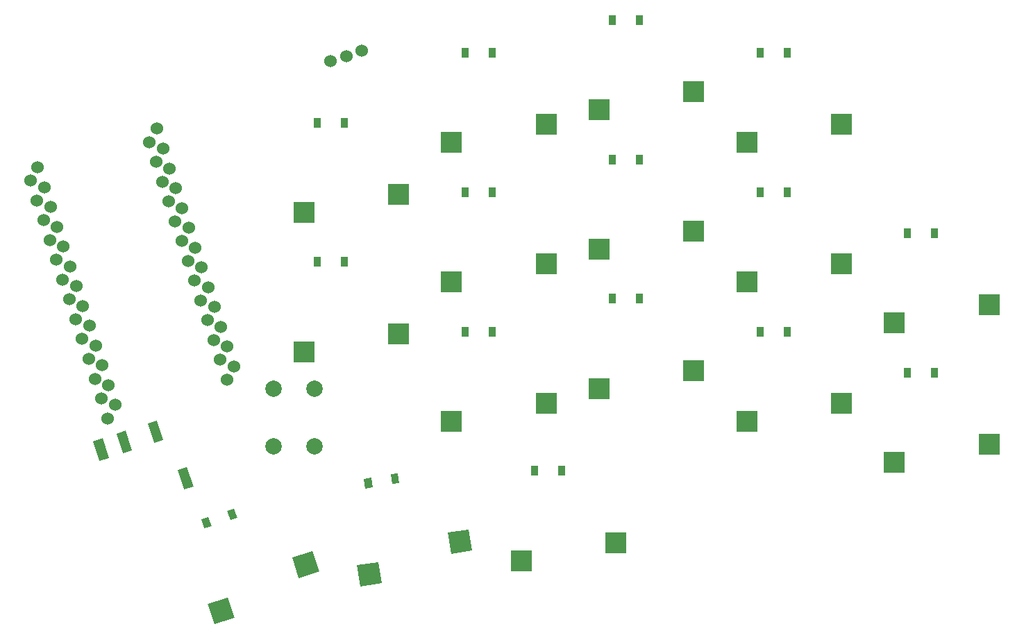
<source format=gbr>
%TF.GenerationSoftware,KiCad,Pcbnew,(5.1.8)-1*%
%TF.CreationDate,2021-08-08T13:00:58+02:00*%
%TF.ProjectId,miniki v2,6d696e69-6b69-4207-9632-2e6b69636164,rev?*%
%TF.SameCoordinates,Original*%
%TF.FileFunction,Paste,Top*%
%TF.FilePolarity,Positive*%
%FSLAX46Y46*%
G04 Gerber Fmt 4.6, Leading zero omitted, Abs format (unit mm)*
G04 Created by KiCad (PCBNEW (5.1.8)-1) date 2021-08-08 13:00:58*
%MOMM*%
%LPD*%
G01*
G04 APERTURE LIST*
%ADD10R,0.900000X1.200000*%
%ADD11C,1.524000*%
%ADD12C,2.000000*%
%ADD13R,2.600000X2.600000*%
%ADD14C,0.100000*%
G04 APERTURE END LIST*
D10*
%TO.C,D18*%
X143650000Y-102000000D03*
X140350000Y-102000000D03*
%TD*%
%TO.C,D17*%
X143650000Y-85000000D03*
X140350000Y-85000000D03*
%TD*%
%TO.C,D15*%
X125650000Y-97000000D03*
X122350000Y-97000000D03*
%TD*%
%TO.C,D14*%
X125650000Y-80000000D03*
X122350000Y-80000000D03*
%TD*%
%TO.C,D13*%
X125650000Y-63000000D03*
X122350000Y-63000000D03*
%TD*%
%TO.C,D12*%
X98150000Y-114000000D03*
X94850000Y-114000000D03*
%TD*%
%TO.C,D11*%
X107650000Y-93000000D03*
X104350000Y-93000000D03*
%TD*%
%TO.C,D10*%
X107650000Y-76000000D03*
X104350000Y-76000000D03*
%TD*%
D11*
%TO.C,U1*%
X33393525Y-78586180D03*
X47887626Y-73876761D03*
X48756656Y-72259039D03*
X34262555Y-76968458D03*
X48672529Y-76292444D03*
X49457433Y-78708128D03*
X50242336Y-81123811D03*
X51027239Y-83539495D03*
X51812142Y-85955178D03*
X52597045Y-88370862D03*
X53381948Y-90786545D03*
X54166852Y-93202229D03*
X54951755Y-95617913D03*
X55736658Y-98033596D03*
X56521561Y-100449280D03*
X57306464Y-102864963D03*
X42812363Y-107574382D03*
X42027460Y-105158699D03*
X41242557Y-102743015D03*
X40457653Y-100327332D03*
X39672750Y-97911648D03*
X38887847Y-95495964D03*
X38102944Y-93080281D03*
X37318041Y-90664597D03*
X36533138Y-88248914D03*
X35748234Y-85833230D03*
X34963331Y-83417547D03*
X34178428Y-81001863D03*
X49522538Y-74680903D03*
X50307441Y-77096586D03*
X51092344Y-79512270D03*
X51877248Y-81927953D03*
X52662151Y-84343637D03*
X53447054Y-86759320D03*
X54231957Y-89175004D03*
X55016860Y-91590687D03*
X55801763Y-94006371D03*
X56586667Y-96422055D03*
X57371570Y-98837738D03*
X58156473Y-101253422D03*
X43681393Y-105956660D03*
X42896490Y-103540977D03*
X42111586Y-101125293D03*
X41326683Y-98709610D03*
X40541780Y-96293926D03*
X39756877Y-93878243D03*
X38971974Y-91462559D03*
X38187071Y-89046875D03*
X37402167Y-86631192D03*
X36617264Y-84215508D03*
X35832361Y-81799825D03*
X35047458Y-79384141D03*
%TD*%
D12*
%TO.C,Reset1*%
X63000000Y-104000000D03*
X68000000Y-104000000D03*
X68000000Y-111000000D03*
X63000000Y-111000000D03*
%TD*%
D11*
%TO.C,Power1*%
X73804226Y-62763932D03*
X71902113Y-63381966D03*
X70000000Y-64000000D03*
%TD*%
D13*
%TO.C,K18*%
X138725000Y-112950000D03*
X150275000Y-110750000D03*
%TD*%
%TO.C,K17*%
X138725000Y-95950000D03*
X150275000Y-93750000D03*
%TD*%
%TO.C,K15*%
X120725000Y-107950000D03*
X132275000Y-105750000D03*
%TD*%
%TO.C,K14*%
X120725000Y-90950000D03*
X132275000Y-88750000D03*
%TD*%
%TO.C,K13*%
X120725000Y-73950000D03*
X132275000Y-71750000D03*
%TD*%
%TO.C,K12*%
X93225000Y-124950000D03*
X104775000Y-122750000D03*
%TD*%
%TO.C,K11*%
X102725000Y-103950000D03*
X114275000Y-101750000D03*
%TD*%
%TO.C,K10*%
X102725000Y-86950000D03*
X114275000Y-84750000D03*
%TD*%
%TO.C,K9*%
X102725000Y-69950000D03*
X114275000Y-67750000D03*
%TD*%
D14*
%TO.C,K8*%
G36*
X73615476Y-128076428D02*
G01*
X73208746Y-125508438D01*
X75776736Y-125101708D01*
X76183466Y-127669698D01*
X73615476Y-128076428D01*
G37*
G36*
X84679120Y-124096696D02*
G01*
X84272390Y-121528706D01*
X86840380Y-121121976D01*
X87247110Y-123689966D01*
X84679120Y-124096696D01*
G37*
%TD*%
D13*
%TO.C,K7*%
X84725000Y-107950000D03*
X96275000Y-105750000D03*
%TD*%
%TO.C,K6*%
X84725000Y-90950000D03*
X96275000Y-88750000D03*
%TD*%
%TO.C,K5*%
X84725000Y-73950000D03*
X96275000Y-71750000D03*
%TD*%
D14*
%TO.C,K4*%
G36*
X55789290Y-132708913D02*
G01*
X54985845Y-130236166D01*
X57458592Y-129432721D01*
X58262037Y-131905468D01*
X55789290Y-132708913D01*
G37*
G36*
X66094155Y-127047442D02*
G01*
X65290710Y-124574695D01*
X67763457Y-123771250D01*
X68566902Y-126243997D01*
X66094155Y-127047442D01*
G37*
%TD*%
D13*
%TO.C,K2*%
X66725000Y-99450000D03*
X78275000Y-97250000D03*
%TD*%
%TO.C,K1*%
X66725000Y-82450000D03*
X78275000Y-80250000D03*
%TD*%
D14*
%TO.C,J1*%
G36*
X41791727Y-112764426D02*
G01*
X41019185Y-110386785D01*
X42160453Y-110015964D01*
X42932995Y-112393605D01*
X41791727Y-112764426D01*
G37*
G36*
X44644897Y-111837375D02*
G01*
X43872355Y-109459734D01*
X45013623Y-109088913D01*
X45786165Y-111466554D01*
X44644897Y-111837375D01*
G37*
G36*
X48449123Y-110601307D02*
G01*
X47676581Y-108223666D01*
X48817849Y-107852845D01*
X49590391Y-110230486D01*
X48449123Y-110601307D01*
G37*
G36*
X52101159Y-116249193D02*
G01*
X51328617Y-113871552D01*
X52469885Y-113500731D01*
X53242427Y-115878372D01*
X52101159Y-116249193D01*
G37*
%TD*%
D10*
%TO.C,D9*%
X107650000Y-59000000D03*
X104350000Y-59000000D03*
%TD*%
D14*
%TO.C,D8*%
G36*
X77479087Y-115604892D02*
G01*
X77291366Y-114419666D01*
X78180285Y-114278874D01*
X78368006Y-115464100D01*
X77479087Y-115604892D01*
G37*
G36*
X74219715Y-116121126D02*
G01*
X74031994Y-114935900D01*
X74920913Y-114795108D01*
X75108634Y-115980334D01*
X74219715Y-116121126D01*
G37*
%TD*%
D10*
%TO.C,D7*%
X89650000Y-97000000D03*
X86350000Y-97000000D03*
%TD*%
%TO.C,D6*%
X89650000Y-80000000D03*
X86350000Y-80000000D03*
%TD*%
%TO.C,D5*%
X89650000Y-63000000D03*
X86350000Y-63000000D03*
%TD*%
D14*
%TO.C,D4*%
G36*
X57726678Y-119999814D02*
G01*
X57355857Y-118858546D01*
X58211808Y-118580430D01*
X58582629Y-119721698D01*
X57726678Y-119999814D01*
G37*
G36*
X54588192Y-121019570D02*
G01*
X54217371Y-119878302D01*
X55073322Y-119600186D01*
X55444143Y-120741454D01*
X54588192Y-121019570D01*
G37*
%TD*%
D10*
%TO.C,D2*%
X71650000Y-88500000D03*
X68350000Y-88500000D03*
%TD*%
%TO.C,D1*%
X71650000Y-71500000D03*
X68350000Y-71500000D03*
%TD*%
M02*

</source>
